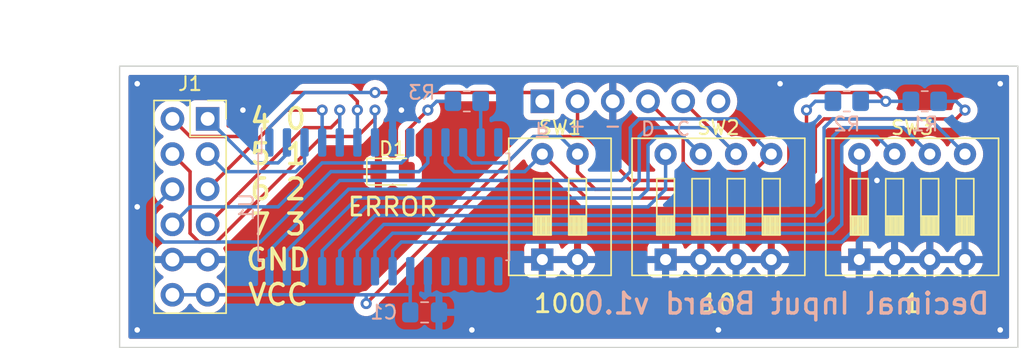
<source format=kicad_pcb>
(kicad_pcb (version 20211014) (generator pcbnew)
  (layers (0 "F.Cu" signal) (31 "B.Cu" signal) (34 "B.Paste" user) (35 "F.Paste" user) (36 "B.SilkS" user "B.Silkscreen") (37 "F.SilkS" user "F.Silkscreen") (38 "B.Mask" user) (39 "F.Mask" user) (44 "Edge.Cuts" user))
  (net 0 "")
  (net 1 "VCC")
  (net 2 "GND")
  (net 3 "Net-(D1-Pad2)")
  (net 4 "/out0")
  (net 5 "/out1")
  (net 6 "/out2")
  (net 7 "/out3")
  (net 8 "/out4")
  (net 9 "/out5")
  (net 10 "/out6")
  (net 11 "/out7")
  (net 12 "Net-(J2-Pad1)")
  (net 13 "/in10_3")
  (net 14 "/in10_2")
  (net 16 "/in100_0")
  (net 17 "/in100_1")
  (net 18 "Net-(R3-Pad1)")
  (net 19 "/in10_1")
  (net 20 "/in10_0")
  (net 21 "/in1_3")
  (net 22 "/in1_2")
  (net 23 "/in1_1")
  (net 24 "/in1_0")
  (footprint "Button_Switch_THT:SW_DIP_SPSTx04_Slide_9.78x12.34mm_W7.62mm_P2.54mm" (layer "F.Cu") (at 140.97 64.77 90)
    (fp_text reference "SW2" (at 9.525 3.81 180) (layer "F.SilkS"))
    (fp_text value "SW_DIP_x04")
    (fp_line (start 1.78 5.645) (end 3.133333 5.645) (layer "F.SilkS") (width 0.12))
    (fp_line (start 1.78 2.745) (end 3.133333 2.745) (layer "F.SilkS") (width 0.12))
    (fp_line (start 5.84 0.635) (end 5.84 -0.635) (layer "F.SilkS") (width 0.12))
    (fp_line (start 1.78 -0.515) (end 3.133333 -0.515) (layer "F.SilkS") (width 0.12))
    (fp_line (start 1.78 -0.395) (end 3.133333 -0.395) (layer "F.SilkS") (width 0.12))
    (fp_line (start 5.84 4.445) (end 1.78 4.445) (layer "F.SilkS") (width 0.12))
    (fp_line (start 8.76 -2.42) (end 8.76 10.04) (layer "F.SilkS") (width 0.12))
    (fp_line (start 1.78 -0.035) (end 3.133333 -0.035) (layer "F.SilkS") (width 0.12))
    (fp_line (start 1.78 8.065) (end 3.133333 8.065) (layer "F.SilkS") (width 0.12))
    (fp_line (start 1.78 2.265) (end 3.133333 2.265) (layer "F.SilkS") (width 0.12))
    (fp_line (start 5.84 1.905) (end 1.78 1.905) (layer "F.SilkS") (width 0.12))
    (fp_line (start 1.78 5.165) (end 3.133333 5.165) (layer "F.SilkS") (width 0.12))
    (fp_line (start 1.78 0.085) (end 3.133333 0.085) (layer "F.SilkS") (width 0.12))
    (fp_line (start 1.78 7.345) (end 3.133333 7.345) (layer "F.SilkS") (width 0.12))
    (fp_line (start 3.133333 4.445) (end 3.133333 5.715) (layer "F.SilkS") (width 0.12))
    (fp_line (start 1.78 7.585) (end 3.133333 7.585) (layer "F.SilkS") (width 0.12))
    (fp_line (start 5.84 6.985) (end 1.78 6.985) (layer "F.SilkS") (width 0.12))
    (fp_line (start 1.78 -0.275) (end 3.133333 -0.275) (layer "F.SilkS") (width 0.12))
    (fp_line (start 1.78 7.945) (end 3.133333 7.945) (layer "F.SilkS") (width 0.12))
    (fp_line (start 1.78 -0.155) (end 3.133333 -0.155) (layer "F.SilkS") (width 0.12))
    (fp_line (start 3.133333 -0.635) (end 3.133333 0.635) (layer "F.SilkS") (width 0.12))
    (fp_line (start -1.14 10.04) (end 8.76 10.04) (layer "F.SilkS") (width 0.12))
    (fp_line (start 1.78 0.635) (end 5.84 0.635) (layer "F.SilkS") (width 0.12))
    (fp_line (start 1.78 5.405) (end 3.133333 5.405) (layer "F.SilkS") (width 0.12))
    (fp_line (start 5.84 8.255) (end 5.84 6.985) (layer "F.SilkS") (width 0.12))
    (fp_line (start 1.78 2.385) (end 3.133333 2.385) (layer "F.SilkS") (width 0.12))
    (fp_line (start 1.78 2.145) (end 3.133333 2.145) (layer "F.SilkS") (width 0.12))
    (fp_line (start 1.78 7.465) (end 3.133333 7.465) (layer "F.SilkS") (width 0.12))
    (fp_line (start 1.78 4.445) (end 1.78 5.715) (layer "F.SilkS") (width 0.12))
    (fp_line (start 1.78 4.685) (end 3.133333 4.685) (layer "F.SilkS") (width 0.12))
    (fp_line (start 1.78 7.225) (end 3.133333 7.225) (layer "F.SilkS") (width 0.12))
    (fp_line (start 5.84 3.175) (end 5.84 1.905) (layer "F.SilkS") (width 0.12))
    (fp_line (start 1.78 4.805) (end 3.133333 4.805) (layer "F.SilkS") (width 0.12))
    (fp_line (start 3.133333 1.905) (end 3.133333 3.175) (layer "F.SilkS") (width 0.12))
    (fp_line (start 1.78 5.045) (end 3.133333 5.045) (layer "F.SilkS") (width 0.12))
    (fp_line (start 1.78 4.925) (end 3.133333 4.925) (layer "F.SilkS") (width 0.12))
    (fp_line (start 1.78 0.205) (end 3.133333 0.205) (layer "F.SilkS") (width 0.12))
    (fp_line (start 1.78 2.865) (end 3.133333 2.865) (layer "F.SilkS") (width 0.12))
    (fp_line (start 1.78 8.255) (end 5.84 8.255) (layer "F.SilkS") (width 0.12))
    (fp_line (start 1.78 0.565) (end 3.133333 0.565) (layer "F.SilkS") (width 0.12))
    (fp_line (start 1.78 4.565) (end 3.133333 4.565) (layer "F.SilkS") (width 0.12))
    (fp_line (start 5.84 -0.635) (end 1.78 -0.635) (layer "F.SilkS") (width 0.12))
    (fp_line (start 1.78 3.175) (end 5.84 3.175) (layer "F.SilkS") (width 0.12))
    (fp_line (start 5.84 5.715) (end 5.84 4.445) (layer "F.SilkS") (width 0.12))
    (fp_line (start 1.78 5.715) (end 5.84 5.715) (layer "F.SilkS") (width 0.12))
    (fp_line (start 1.78 2.505) (end 3.133333 2.505) (layer "F.SilkS") (width 0.12))
    (fp_line (start 1.78 7.105) (end 3.133333 7.105) (layer "F.SilkS") (width 0.12))
    (fp_line (start 1.78 5.285) (end 3.133333 5.285) (layer "F.SilkS") (width 0.12))
    (fp_line (start 1.78 2.985) (end 3.133333 2.985) (layer "F.SilkS") (width 0.12))
    (fp_line (start 1.78 0.325) (end 3.133333 0.325) (layer "F.SilkS") (width 0.12))
    (fp_line (start 3.133333 6.985) (end 3.133333 8.255) (layer "F.SilkS") (width 0.12))
    (fp_line (start 1.78 2.025) (end 3.133333 2.025) (layer "F.SilkS") (width 0.12))
    (fp_line (start 1.78 3.105) (end 3.133333 3.105) (layer "F.SilkS") (width 0.12))
    (fp_line (start 1.78 6.985) (end 1.78 8.255) (layer "F.SilkS") (width 0.12))
    (fp_line (start 1.78 5.525) (end 3.133333 5.525) (layer "F.SilkS") (width 0.12))
    (fp_line (start 1.78 1.905) (end 1.78 3.175) (layer "F.SilkS") (width 0.12))
    (fp_line (start 1.78 7.705) (end 3.133333 7.705) (layer "F.SilkS") (width 0.12))
    (fp_line (start -1.14 -2.42) (end 8.76 -2.42) (layer "F.SilkS") (width 0.12))
    (fp_line (start 1.78 7.825) (end 3.133333 7.825) (layer "F.SilkS") (width 0.12))
    (fp_line (start 1.78 -0.635) (end 1.78 0.635) (layer "F.SilkS") (width 0.12))
    (fp_line (start 1.78 8.185) (end 3.133333 8.185) (layer "F.SilkS") (width 0.12))
    (fp_line (start -1.14 -2.42) (end -1.14 10.04) (layer "F.SilkS") (width 0.12))
    (fp_line (start 1.78 2.625) (end 3.133333 2.625) (layer "F.SilkS") (width 0.12))
    (fp_line (start 1.78 0.445) (end 3.133333 0.445) (layer "F.SilkS") (width 0.12))
    (pad "1" thru_hole rect (at 0 0 90) (size 1.6 1.6) (drill 0.8) (layers *.Cu *.Mask) (net 2 "GND"))
    (pad "2" thru_hole oval (at 0 2.54 90) (size 1.6 1.6) (drill 0.8) (layers *.Cu *.Mask) (net 2 "GND"))
    (pad "3" thru_hole oval (at 0 5.08 90) (size 1.6 1.6) (drill 0.8) (layers *.Cu *.Mask) (net 2 "GND"))
    (pad "4" thru_hole oval (at 0 7.62 90) (size 1.6 1.6) (drill 0.8) (layers *.Cu *.Mask) (net 2 "GND"))
    (pad "5" thru_hole oval (at 7.62 7.62 90) (size 1.6 1.6) (drill 0.8) (layers *.Cu *.Mask) (net 13 "/in10_3"))
    (pad "6" thru_hole oval (at 7.62 5.08 90) (size 1.6 1.6) (drill 0.8) (layers *.Cu *.Mask) (net 14 "/in10_2"))
    (pad "7" thru_hole oval (at 7.62 2.54 90) (size 1.6 1.6) (drill 0.8) (layers *.Cu *.Mask) (net 19 "/in10_1"))
    (pad "8" thru_hole oval (at 7.62 0 90) (size 1.6 1.6) (drill 0.8) (layers *.Cu *.Mask) (net 20 "/in10_0"))
  )
  (footprint "Button_Switch_THT:SW_DIP_SPSTx02_Slide_9.78x7.26mm_W7.62mm_P2.54mm" (layer "F.Cu") (at 132.08 64.77 90)
    (fp_text reference "SW1" (at 9.525 1.27 180) (layer "F.SilkS"))
    (fp_text value "SW_DIP_x02")
    (fp_line (start 1.78 0.565) (end 3.133333 0.565) (layer "F.SilkS") (width 0.12))
    (fp_line (start 3.133333 -0.635) (end 3.133333 0.635) (layer "F.SilkS") (width 0.12))
    (fp_line (start 1.78 -0.515) (end 3.133333 -0.515) (layer "F.SilkS") (width 0.12))
    (fp_line (start 5.84 -0.635) (end 1.78 -0.635) (layer "F.SilkS") (width 0.12))
    (fp_line (start 1.78 2.265) (end 3.133333 2.265) (layer "F.SilkS") (width 0.12))
    (fp_line (start 1.78 3.175) (end 5.84 3.175) (layer "F.SilkS") (width 0.12))
    (fp_line (start 1.78 3.105) (end 3.133333 3.105) (layer "F.SilkS") (width 0.12))
    (fp_line (start 1.78 2.505) (end 3.133333 2.505) (layer "F.SilkS") (width 0.12))
    (fp_line (start 5.84 1.905) (end 1.78 1.905) (layer "F.SilkS") (width 0.12))
    (fp_line (start 5.84 0.635) (end 5.84 -0.635) (layer "F.SilkS") (width 0.12))
    (fp_line (start 1.78 -0.395) (end 3.133333 -0.395) (layer "F.SilkS") (width 0.12))
    (fp_line (start 8.76 -2.42) (end 8.76 4.96) (layer "F.SilkS") (width 0.12))
    (fp_line (start 1.78 2.985) (end 3.133333 2.985) (layer "F.SilkS") (width 0.12))
    (fp_line (start 1.78 -0.275) (end 3.133333 -0.275) (layer "F.SilkS") (width 0.12))
    (fp_line (start 1.78 1.905) (end 1.78 3.175) (layer "F.SilkS") (width 0.12))
    (fp_line (start 1.78 2.865) (end 3.133333 2.865) (layer "F.SilkS") (width 0.12))
    (fp_line (start 1.78 -0.155) (end 3.133333 -0.155) (layer "F.SilkS") (width 0.12))
    (fp_line (start -1.14 -2.42) (end 8.76 -2.42) (layer "F.SilkS") (width 0.12))
    (fp_line (start 1.78 2.745) (end 3.133333 2.745) (layer "F.SilkS") (width 0.12))
    (fp_line (start 1.78 -0.035) (end 3.133333 -0.035) (layer "F.SilkS") (width 0.12))
    (fp_line (start 1.78 0.635) (end 5.84 0.635) (layer "F.SilkS") (width 0.12))
    (fp_line (start 1.78 0.325) (end 3.133333 0.325) (layer "F.SilkS") (width 0.12))
    (fp_line (start -1.14 4.96) (end 8.76 4.96) (layer "F.SilkS") (width 0.12))
    (fp_line (start 1.78 0.085) (end 3.133333 0.085) (layer "F.SilkS") (width 0.12))
    (fp_line (start 1.78 2.385) (end 3.133333 2.385) (layer "F.SilkS") (width 0.12))
    (fp_line (start 1.78 2.025) (end 3.133333 2.025) (layer "F.SilkS") (width 0.12))
    (fp_line (start -1.14 -2.42) (end -1.14 4.96) (layer "F.SilkS") (width 0.12))
    (fp_line (start 1.78 -0.635) (end 1.78 0.635) (layer "F.SilkS") (width 0.12))
    (fp_line (start 1.78 0.205) (end 3.133333 0.205) (layer "F.SilkS") (width 0.12))
    (fp_line (start 3.133333 1.905) (end 3.133333 3.175) (layer "F.SilkS") (width 0.12))
    (fp_line (start 5.84 3.175) (end 5.84 1.905) (layer "F.SilkS") (width 0.12))
    (fp_line (start 1.78 2.625) (end 3.133333 2.625) (layer "F.SilkS") (width 0.12))
    (fp_line (start 1.78 2.145) (end 3.133333 2.145) (layer "F.SilkS") (width 0.12))
    (fp_line (start 1.78 0.445) (end 3.133333 0.445) (layer "F.SilkS") (width 0.12))
    (pad "1" thru_hole rect (at 0 0 90) (size 1.6 1.6) (drill 0.8) (layers *.Cu *.Mask) (net 2 "GND"))
    (pad "2" thru_hole oval (at 0 2.54 90) (size 1.6 1.6) (drill 0.8) (layers *.Cu *.Mask) (net 2 "GND"))
    (pad "3" thru_hole oval (at 7.62 2.54 90) (size 1.6 1.6) (drill 0.8) (layers *.Cu *.Mask) (net 17 "/in100_1"))
    (pad "4" thru_hole oval (at 7.62 0 90) (size 1.6 1.6) (drill 0.8) (layers *.Cu *.Mask) (net 16 "/in100_0"))
  )
  (footprint "LED_SMD:LED_0805_2012Metric_Pad1.15x1.40mm_HandSolder" (layer "F.Cu") (at 121.285 58.42)
    (fp_text reference "D1" (at 0 -1.65) (layer "F.SilkS"))
    (fp_text value "LED")
    (fp_line (start -1.86 0.96) (end 1 0.96) (layer "F.SilkS") (width 0.12))
    (fp_line (start -1.86 -0.96) (end -1.86 0.96) (layer "F.SilkS") (width 0.12))
    (fp_line (start 1 -0.96) (end -1.86 -0.96) (layer "F.SilkS") (width 0.12))
    (pad "1" smd roundrect (at -1.025 0) (size 1.15 1.4) (layers "F.Cu" "F.Paste" "F.Mask") (roundrect_rratio 0.2173913043) (net 2 "GND"))
    (pad "2" smd roundrect (at 1.025 0) (size 1.15 1.4) (layers "F.Cu" "F.Paste" "F.Mask") (roundrect_rratio 0.2173913043) (net 3 "Net-(D1-Pad2)"))
  )
  (footprint "Button_Switch_THT:SW_DIP_SPSTx04_Slide_9.78x12.34mm_W7.62mm_P2.54mm" (layer "F.Cu") (at 154.94 64.77 90)
    (fp_text reference "SW3" (at 9.525 3.81 180) (layer "F.SilkS"))
    (fp_text value "SW_DIP_x04")
    (fp_line (start 5.84 4.445) (end 1.78 4.445) (layer "F.SilkS") (width 0.12))
    (fp_line (start 1.78 3.105) (end 3.133333 3.105) (layer "F.SilkS") (width 0.12))
    (fp_line (start 3.133333 1.905) (end 3.133333 3.175) (layer "F.SilkS") (width 0.12))
    (fp_line (start 1.78 4.805) (end 3.133333 4.805) (layer "F.SilkS") (width 0.12))
    (fp_line (start 1.78 2.745) (end 3.133333 2.745) (layer "F.SilkS") (width 0.12))
    (fp_line (start 1.78 0.565) (end 3.133333 0.565) (layer "F.SilkS") (width 0.12))
    (fp_line (start 1.78 8.255) (end 5.84 8.255) (layer "F.SilkS") (width 0.12))
    (fp_line (start 1.78 7.225) (end 3.133333 7.225) (layer "F.SilkS") (width 0.12))
    (fp_line (start 1.78 -0.035) (end 3.133333 -0.035) (layer "F.SilkS") (width 0.12))
    (fp_line (start 1.78 7.705) (end 3.133333 7.705) (layer "F.SilkS") (width 0.12))
    (fp_line (start 5.84 5.715) (end 5.84 4.445) (layer "F.SilkS") (width 0.12))
    (fp_line (start 1.78 7.465) (end 3.133333 7.465) (layer "F.SilkS") (width 0.12))
    (fp_line (start 1.78 2.625) (end 3.133333 2.625) (layer "F.SilkS") (width 0.12))
    (fp_line (start 1.78 1.905) (end 1.78 3.175) (layer "F.SilkS") (width 0.12))
    (fp_line (start -1.14 -2.42) (end 8.76 -2.42) (layer "F.SilkS") (width 0.12))
    (fp_line (start 1.78 0.445) (end 3.133333 0.445) (layer "F.SilkS") (width 0.12))
    (fp_line (start 1.78 5.405) (end 3.133333 5.405) (layer "F.SilkS") (width 0.12))
    (fp_line (start 3.133333 6.985) (end 3.133333 8.255) (layer "F.SilkS") (width 0.12))
    (fp_line (start 5.84 8.255) (end 5.84 6.985) (layer "F.SilkS") (width 0.12))
    (fp_line (start 1.78 -0.515) (end 3.133333 -0.515) (layer "F.SilkS") (width 0.12))
    (fp_line (start 1.78 5.645) (end 3.133333 5.645) (layer "F.SilkS") (width 0.12))
    (fp_line (start 1.78 -0.395) (end 3.133333 -0.395) (layer "F.SilkS") (width 0.12))
    (fp_line (start 1.78 5.525) (end 3.133333 5.525) (layer "F.SilkS") (width 0.12))
    (fp_line (start 1.78 0.325) (end 3.133333 0.325) (layer "F.SilkS") (width 0.12))
    (fp_line (start 1.78 2.025) (end 3.133333 2.025) (layer "F.SilkS") (width 0.12))
    (fp_line (start 3.133333 -0.635) (end 3.133333 0.635) (layer "F.SilkS") (width 0.12))
    (fp_line (start 1.78 4.445) (end 1.78 5.715) (layer "F.SilkS") (width 0.12))
    (fp_line (start 1.78 5.285) (end 3.133333 5.285) (layer "F.SilkS") (width 0.12))
    (fp_line (start 1.78 4.565) (end 3.133333 4.565) (layer "F.SilkS") (width 0.12))
    (fp_line (start 5.84 6.985) (end 1.78 6.985) (layer "F.SilkS") (width 0.12))
    (fp_line (start 1.78 7.345) (end 3.133333 7.345) (layer "F.SilkS") (width 0.12))
    (fp_line (start 1.78 7.105) (end 3.133333 7.105) (layer "F.SilkS") (width 0.12))
    (fp_line (start 1.78 8.065) (end 3.133333 8.065) (layer "F.SilkS") (width 0.12))
    (fp_line (start 1.78 4.925) (end 3.133333 4.925) (layer "F.SilkS") (width 0.12))
    (fp_line (start 5.84 0.635) (end 5.84 -0.635) (layer "F.SilkS") (width 0.12))
    (fp_line (start 5.84 1.905) (end 1.78 1.905) (layer "F.SilkS") (width 0.12))
    (fp_line (start 1.78 0.205) (end 3.133333 0.205) (layer "F.SilkS") (width 0.12))
    (fp_line (start 1.78 4.685) (end 3.133333 4.685) (layer "F.SilkS") (width 0.12))
    (fp_line (start 1.78 3.175) (end 5.84 3.175) (layer "F.SilkS") (width 0.12))
    (fp_line (start 5.84 -0.635) (end 1.78 -0.635) (layer "F.SilkS") (width 0.12))
    (fp_line (start 1.78 8.185) (end 3.133333 8.185) (layer "F.SilkS") (width 0.12))
    (fp_line (start 1.78 7.945) (end 3.133333 7.945) (layer "F.SilkS") (width 0.12))
    (fp_line (start 1.78 6.985) (end 1.78 8.255) (layer "F.SilkS") (width 0.12))
    (fp_line (start 1.78 -0.635) (end 1.78 0.635) (layer "F.SilkS") (width 0.12))
    (fp_line (start 1.78 -0.275) (end 3.133333 -0.275) (layer "F.SilkS") (width 0.12))
    (fp_line (start 3.133333 4.445) (end 3.133333 5.715) (layer "F.SilkS") (width 0.12))
    (fp_line (start 1.78 2.505) (end 3.133333 2.505) (layer "F.SilkS") (width 0.12))
    (fp_line (start 1.78 2.145) (end 3.133333 2.145) (layer "F.SilkS") (width 0.12))
    (fp_line (start 5.84 3.175) (end 5.84 1.905) (layer "F.SilkS") (width 0.12))
    (fp_line (start 1.78 5.045) (end 3.133333 5.045) (layer "F.SilkS") (width 0.12))
    (fp_line (start 1.78 2.265) (end 3.133333 2.265) (layer "F.SilkS") (width 0.12))
    (fp_line (start 1.78 2.865) (end 3.133333 2.865) (layer "F.SilkS") (width 0.12))
    (fp_line (start 1.78 5.715) (end 5.84 5.715) (layer "F.SilkS") (width 0.12))
    (fp_line (start 1.78 -0.155) (end 3.133333 -0.155) (layer "F.SilkS") (width 0.12))
    (fp_line (start 1.78 0.635) (end 5.84 0.635) (layer "F.SilkS") (width 0.12))
    (fp_line (start 1.78 2.385) (end 3.133333 2.385) (layer "F.SilkS") (width 0.12))
    (fp_line (start 1.78 7.825) (end 3.133333 7.825) (layer "F.SilkS") (width 0.12))
    (fp_line (start -1.14 10.04) (end 8.76 10.04) (layer "F.SilkS") (width 0.12))
    (fp_line (start 8.76 -2.42) (end 8.76 10.04) (layer "F.SilkS") (width 0.12))
    (fp_line (start 1.78 5.165) (end 3.133333 5.165) (layer "F.SilkS") (width 0.12))
    (fp_line (start -1.14 -2.42) (end -1.14 10.04) (layer "F.SilkS") (width 0.12))
    (fp_line (start 1.78 0.085) (end 3.133333 0.085) (layer "F.SilkS") (width 0.12))
    (fp_line (start 1.78 7.585) (end 3.133333 7.585) (layer "F.SilkS") (width 0.12))
    (fp_line (start 1.78 2.985) (end 3.133333 2.985) (layer "F.SilkS") (width 0.12))
    (pad "1" thru_hole rect (at 0 0 90) (size 1.6 1.6) (drill 0.8) (layers *.Cu *.Mask) (net 2 "GND"))
    (pad "2" thru_hole oval (at 0 2.54 90) (size 1.6 1.6) (drill 0.8) (layers *.Cu *.Mask) (net 2 "GND"))
    (pad "3" thru_hole oval (at 0 5.08 90) (size 1.6 1.6) (drill 0.8) (layers *.Cu *.Mask) (net 2 "GND"))
    (pad "4" thru_hole oval (at 0 7.62 90) (size 1.6 1.6) (drill 0.8) (layers *.Cu *.Mask) (net 2 "GND"))
    (pad "5" thru_hole oval (at 7.62 7.62 90) (size 1.6 1.6) (drill 0.8) (layers *.Cu *.Mask) (net 21 "/in1_3"))
    (pad "6" thru_hole oval (at 7.62 5.08 90) (size 1.6 1.6) (drill 0.8) (layers *.Cu *.Mask) (net 22 "/in1_2"))
    (pad "7" thru_hole oval (at 7.62 2.54 90) (size 1.6 1.6) (drill 0.8) (layers *.Cu *.Mask) (net 23 "/in1_1"))
    (pad "8" thru_hole oval (at 7.62 0 90) (size 1.6 1.6) (drill 0.8) (layers *.Cu *.Mask) (net 24 "/in1_0"))
  )
  (footprint "ModifiedKiCadLibrary:PinSocket_2x06_P2.54mm_Vertical_Top_Bottom" (layer "F.Cu") (at 107.95 54.61)
    (fp_text reference "J1" (at -1.27 -2.54) (layer "F.SilkS"))
    (fp_text value "Conn_02x06_Top_Bottom")
    (fp_line (start 1.33 -1.33) (end 1.33 0) (layer "F.SilkS") (width 0.12))
    (fp_line (start -3.87 -1.33) (end -3.87 14.03) (layer "F.SilkS") (width 0.12))
    (fp_line (start 0 -1.33) (end 1.33 -1.33) (layer "F.SilkS") (width 0.12))
    (fp_line (start -3.87 -1.33) (end -1.27 -1.33) (layer "F.SilkS") (width 0.12))
    (fp_line (start 1.33 1.27) (end 1.33 14.03) (layer "F.SilkS") (width 0.12))
    (fp_line (start -1.27 1.27) (end 1.33 1.27) (layer "F.SilkS") (width 0.12))
    (fp_line (start -1.27 -1.33) (end -1.27 1.27) (layer "F.SilkS") (width 0.12))
    (fp_line (start -3.87 14.03) (end 1.33 14.03) (layer "F.SilkS") (width 0.12))
    (pad "1" thru_hole rect (at 0 0) (size 1.7 1.7) (drill 1) (layers *.Cu *.Mask) (net 4 "/out0"))
    (pad "2" thru_hole oval (at 0 2.54) (size 1.7 1.7) (drill 1) (layers *.Cu *.Mask) (net 5 "/out1"))
    (pad "3" thru_hole oval (at 0 5.08) (size 1.7 1.7) (drill 1) (layers *.Cu *.Mask) (net 6 "/out2"))
    (pad "4" thru_hole oval (at 0 7.62) (size 1.7 1.7) (drill 1) (layers *.Cu *.Mask) (net 7 "/out3"))
    (pad "5" thru_hole oval (at 0 10.16) (size 1.7 1.7) (drill 1) (layers *.Cu *.Mask) (net 2 "GND"))
    (pad "6" thru_hole oval (at 0 12.7) (size 1.7 1.7) (drill 1) (layers *.Cu *.Mask) (net 1 "VCC"))
    (pad "7" thru_hole oval (at -2.54 0) (size 1.7 1.7) (drill 1) (layers *.Cu *.Mask) (net 8 "/out4"))
    (pad "8" thru_hole oval (at -2.54 2.54) (size 1.7 1.7) (drill 1) (layers *.Cu *.Mask) (net 9 "/out5"))
    (pad "9" thru_hole oval (at -2.54 5.08) (size 1.7 1.7) (drill 1) (layers *.Cu *.Mask) (net 10 "/out6"))
    (pad "10" thru_hole oval (at -2.54 7.62) (size 1.7 1.7) (drill 1) (layers *.Cu *.Mask) (net 11 "/out7"))
    (pad "11" thru_hole oval (at -2.54 10.16) (size 1.7 1.7) (drill 1) (layers *.Cu *.Mask) (net 2 "GND"))
    (pad "12" thru_hole oval (at -2.54 12.7) (size 1.7 1.7) (drill 1) (layers *.Cu *.Mask) (net 1 "VCC"))
  )
  (footprint "Connector_PinHeader_2.54mm:PinHeader_1x06_P2.54mm_Vertical" (layer "F.Cu") (at 132.08 53.34 90)
    (fp_text reference "J2" hide)
    (fp_text value "Conn_PIC_ICSP_ICD")
    (pad "1" thru_hole rect (at 0 0 90) (size 1.7 1.7) (drill 1) (layers *.Cu *.Mask) (net 12 "Net-(J2-Pad1)"))
    (pad "2" thru_hole oval (at 0 2.54 90) (size 1.7 1.7) (drill 1) (layers *.Cu *.Mask) (net 1 "VCC"))
    (pad "3" thru_hole oval (at 0 5.08 90) (size 1.7 1.7) (drill 1) (layers *.Cu *.Mask) (net 2 "GND"))
    (pad "4" thru_hole oval (at 0 7.62 90) (size 1.7 1.7) (drill 1) (layers *.Cu *.Mask) (net 13 "/in10_3"))
    (pad "5" thru_hole oval (at 0 10.16 90) (size 1.7 1.7) (drill 1) (layers *.Cu *.Mask) (net 14 "/in10_2"))
    (pad "6" thru_hole oval (at 0 12.7 90) (size 1.7 1.7) (drill 1) (layers *.Cu *.Mask))
  )
  (footprint "Resistor_SMD:R_0805_2012Metric_Pad1.20x1.40mm_HandSolder" (layer "B.Cu") (at 159.655 53.34)
    (fp_text reference "R1" (at 0 1.65) (layer "B.SilkS") (effects (justify mirror)))
    (fp_text value "10k")
    (fp_line (start -0.227064 0.735) (end 0.227064 0.735) (layer "B.SilkS") (width 0.12))
    (fp_line (start -0.227064 -0.735) (end 0.227064 -0.735) (layer "B.SilkS") (width 0.12))
    (pad "1" smd roundrect (at -1 0) (size 1.2 1.4) (layers "B.Cu" "B.Paste" "B.Mask") (roundrect_rratio 0.2083333333) (net 1 "VCC"))
    (pad "2" smd roundrect (at 1 0) (size 1.2 1.4) (layers "B.Cu" "B.Paste" "B.Mask") (roundrect_rratio 0.2083333333) (net 16 "/in100_0"))
  )
  (footprint "Capacitor_SMD:C_0805_2012Metric_Pad1.18x1.45mm_HandSolder" (layer "B.Cu") (at 123.5925 68.58)
    (fp_text reference "C1" (at -2.9425 0) (layer "B.SilkS") (effects (justify mirror)))
    (fp_text value "0.1u")
    (fp_line (start -0.261252 -0.735) (end 0.261252 -0.735) (layer "B.SilkS") (width 0.12))
    (fp_line (start -0.261252 0.735) (end 0.261252 0.735) (layer "B.SilkS") (width 0.12))
    (pad "1" smd roundrect (at -1.0375 0) (size 1.175 1.45) (layers "B.Cu" "B.Paste" "B.Mask") (roundrect_rratio 0.2127659574) (net 1 "VCC"))
    (pad "2" smd roundrect (at 1.0375 0) (size 1.175 1.45) (layers "B.Cu" "B.Paste" "B.Mask") (roundrect_rratio 0.2127659574) (net 2 "GND"))
  )
  (footprint "Package_SO:SOIC-28W_7.5x17.9mm_P1.27mm" (layer "B.Cu") (at 120.65 60.96 -90)
    (fp_text reference "U1" (at 0 9.9 90) (layer "B.SilkS") (effects (justify mirror)))
    (fp_text value "PIC16F1933T-I/SO")
    (fp_line (start -3.86 -9.06) (end -3.86 -8.815) (layer "B.SilkS") (width 0.12))
    (fp_line (start 0 -9.06) (end 3.86 -9.06) (layer "B.SilkS") (width 0.12))
    (fp_line (start 3.86 9.06) (end 3.86 8.815) (layer "B.SilkS") (width 0.12))
    (fp_line (start 0 9.06) (end 3.86 9.06) (layer "B.SilkS") (width 0.12))
    (fp_line (start 0 9.06) (end -3.86 9.06) (layer "B.SilkS") (width 0.12))
    (fp_line (start 3.86 -9.06) (end 3.86 -8.815) (layer "B.SilkS") (width 0.12))
    (fp_line (start -3.86 9.06) (end -3.86 8.815) (layer "B.SilkS") (width 0.12))
    (fp_line (start -3.86 8.815) (end -5.675 8.815) (layer "B.SilkS") (width 0.12))
    (fp_line (start 0 -9.06) (end -3.86 -9.06) (layer "B.SilkS") (width 0.12))
    (pad "1" smd roundrect (at -4.65 8.255 270) (size 2.05 0.6) (layers "B.Cu" "B.Paste" "B.Mask") (net 12 "Net-(J2-Pad1)"))
    (pad "2" smd roundrect (at -4.65 6.985 270) (size 2.05 0.6) (layers "B.Cu" "B.Paste" "B.Mask") (net 4 "/out0"))
    (pad "3" smd roundrect (at -4.65 5.715 270) (size 2.05 0.6) (layers "B.Cu" "B.Paste" "B.Mask") (net 5 "/out1"))
    (pad "4" smd roundrect (at -4.65 4.445 270) (size 2.05 0.6) (layers "B.Cu" "B.Paste" "B.Mask") (net 6 "/out2"))
    (pad "5" smd roundrect (at -4.65 3.175 270) (size 2.05 0.6) (layers "B.Cu" "B.Paste" "B.Mask") (net 7 "/out3"))
    (pad "6" smd roundrect (at -4.65 1.905 270) (size 2.05 0.6) (layers "B.Cu" "B.Paste" "B.Mask") (net 8 "/out4"))
    (pad "7" smd roundrect (at -4.65 0.635 270) (size 2.05 0.6) (layers "B.Cu" "B.Paste" "B.Mask") (net 9 "/out5"))
    (pad "8" smd roundrect (at -4.65 -0.635 270) (size 2.05 0.6) (layers "B.Cu" "B.Paste" "B.Mask") (net 2 "GND"))
    (pad "9" smd roundrect (at -4.65 -1.905 270) (size 2.05 0.6) (layers "B.Cu" "B.Paste" "B.Mask") (net 11 "/out7"))
    (pad "10" smd roundrect (at -4.65 -3.175 270) (size 2.05 0.6) (layers "B.Cu" "B.Paste" "B.Mask") (net 10 "/out6"))
    (pad "11" smd roundrect (at -4.65 -4.445 270) (size 2.05 0.6) (layers "B.Cu" "B.Paste" "B.Mask") (net 16 "/in100_0"))
    (pad "12" smd roundrect (at -4.65 -5.715 270) (size 2.05 0.6) (layers "B.Cu" "B.Paste" "B.Mask") (net 17 "/in100_1"))
    (pad "13" smd roundrect (at -4.65 -6.985 270) (size 2.05 0.6) (layers "B.Cu" "B.Paste" "B.Mask") (net 18 "Net-(R3-Pad1)"))
    (pad "14" smd roundrect (at -4.65 -8.255 270) (size 2.05 0.6) (layers "B.Cu" "B.Paste" "B.Mask"))
    (pad "15" smd roundrect (at 4.65 -8.255 270) (size 2.05 0.6) (layers "B.Cu" "B.Paste" "B.Mask"))
    (pad "16" smd roundrect (at 4.65 -6.985 270) (size 2.05 0.6) (layers "B.Cu" "B.Paste" "B.Mask"))
    (pad "17" smd roundrect (at 4.65 -5.715 270) (size 2.05 0.6) (layers "B.Cu" "B.Paste" "B.Mask"))
    (pad "18" smd roundrect (at 4.65 -4.445 270) (size 2.05 0.6) (layers "B.Cu" "B.Paste" "B.Mask"))
    (pad "19" smd roundrect (at 4.65 -3.175 270) (size 2.05 0.6) (layers "B.Cu" "B.Paste" "B.Mask") (net 2 "GND"))
    (pad "20" smd roundrect (at 4.65 -1.905 270) (size 2.05 0.6) (layers "B.Cu" "B.Paste" "B.Mask") (net 1 "VCC"))
    (pad "21" smd roundrect (at 4.65 -0.635 270) (size 2.05 0.6) (layers "B.Cu" "B.Paste" "B.Mask") (net 24 "/in1_0"))
    (pad "22" smd roundrect (at 4.65 0.635 270) (size 2.05 0.6) (layers "B.Cu" "B.Paste" "B.Mask") (net 23 "/in1_1"))
    (pad "23" smd roundrect (at 4.65 1.905 270) (size 2.05 0.6) (layers "B.Cu" "B.Paste" "B.Mask") (net 22 "/in1_2"))
    (pad "24" smd roundrect (at 4.65 3.175 270) (size 2.05 0.6) (layers "B.Cu" "B.Paste" "B.Mask") (net 21 "/in1_3"))
    (pad "25" smd roundrect (at 4.65 4.445 270) (size 2.05 0.6) (layers "B.Cu" "B.Paste" "B.Mask") (net 20 "/in10_0"))
    (pad "26" smd roundrect (at 4.65 5.715 270) (size 2.05 0.6) (layers "B.Cu" "B.Paste" "B.Mask") (net 19 "/in10_1"))
    (pad "27" smd roundrect (at 4.65 6.985 270) (size 2.05 0.6) (layers "B.Cu" "B.Paste" "B.Mask") (net 14 "/in10_2"))
    (pad "28" smd roundrect (at 4.65 8.255 270) (size 2.05 0.6) (layers "B.Cu" "B.Paste" "B.Mask") (net 13 "/in10_3"))
  )
  (footprint "Resistor_SMD:R_0805_2012Metric_Pad1.20x1.40mm_HandSolder" (layer "B.Cu") (at 154.035 53.34 180)
    (fp_text reference "R2" (at 0 -1.65) (layer "B.SilkS") (effects (justify mirror)))
    (fp_text value "10k")
    (fp_line (start -0.227064 0.735) (end 0.227064 0.735) (layer "B.SilkS") (width 0.12))
    (fp_line (start -0.227064 -0.735) (end 0.227064 -0.735) (layer "B.SilkS") (width 0.12))
    (pad "1" smd roundrect (at -1 0 180) (size 1.2 1.4) (layers "B.Cu" "B.Paste" "B.Mask") (roundrect_rratio 0.2083333333) (net 1 "VCC"))
    (pad "2" smd roundrect (at 1 0 180) (size 1.2 1.4) (layers "B.Cu" "B.Paste" "B.Mask") (roundrect_rratio 0.2083333333) (net 17 "/in100_1"))
  )
  (footprint "Resistor_SMD:R_0805_2012Metric_Pad1.20x1.40mm_HandSolder" (layer "B.Cu") (at 126.635 53.34 180)
    (fp_text reference "R3" (at 2.175 0.635) (layer "B.SilkS") (effects (justify left mirror)))
    (fp_text value "R")
    (fp_line (start -0.227064 0.735) (end 0.227064 0.735) (layer "B.SilkS") (width 0.12))
    (fp_line (start -0.227064 -0.735) (end 0.227064 -0.735) (layer "B.SilkS") (width 0.12))
    (pad "1" smd roundrect (at -1 0 180) (size 1.2 1.4) (layers "B.Cu" "B.Paste" "B.Mask") (roundrect_rratio 0.2083333333) (net 18 "Net-(R3-Pad1)"))
    (pad "2" smd roundrect (at 1 0 180) (size 1.2 1.4) (layers "B.Cu" "B.Paste" "B.Mask") (roundrect_rratio 0.2083333333) (net 3 "Net-(D1-Pad2)"))
  )
  (gr_rect (start 101.6 50.8) (end 166.37 71.12) (layer "Edge.Cuts") (width 0.1) (fill none))
  (gr_text "D" (at 139.7 55.245 180) (layer "B.SilkS") (effects (font (size 1 1)) (justify mirror)))
  (gr_text "C" (at 142.24 55.245 180) (layer "B.SilkS") (effects (font (size 1 1)) (justify mirror)))
  (gr_text "+" (at 134.62 55.245 180) (layer "B.SilkS") (effects (font (size 1 1)) (justify mirror)))
  (gr_text "Decimal Input Board v1.0" (at 164.465 67.945) (layer "B.SilkS") (effects (font (size 1.5 1.5) (thickness 0.25)) (justify left mirror)))
  (gr_text "-" (at 137.16 55.245 180) (layer "B.SilkS") (effects (font (size 1 1)) (justify mirror)))
  (gr_text "~{R}" (at 132.08 55.245 180) (layer "B.SilkS") (effects (font (size 0.8 1)) (justify mirror)))
  (gr_text "7" (at 111.76 62.23) (layer "F.SilkS") (effects (font (size 1.5 1.5) (thickness 0.25))))
  (gr_text "VCC" (at 113.03 67.31) (layer "F.SilkS") (effects (font (size 1.5 1.5) (thickness 0.25))))
  (gr_text "6" (at 111.76 59.69) (layer "F.SilkS") (effects (font (size 1.5 1.5) (thickness 0.25))))
  (gr_text "ERROR" (at 121.285 60.96) (layer "F.SilkS") (effects (font (size 1.3 1.3) (thickness 0.2))))
  (gr_text "10" (at 144.78 67.945) (layer "F.SilkS") (effects (font (size 1.3 1.3) (thickness 0.2))))
  (gr_text "GND" (at 113.03 64.77) (layer "F.SilkS") (effects (font (size 1.5 1.5) (thickness 0.25))))
  (gr_text "3" (at 114.3 62.23) (layer "F.SilkS") (effects (font (size 1.5 1.5) (thickness 0.25))))
  (gr_text "0" (at 114.3 54.61) (layer "F.SilkS") (effects (font (size 1.5 1.5) (thickness 0.25))))
  (gr_text "2" (at 114.3 59.69) (layer "F.SilkS") (effects (font (size 1.5 1.5) (thickness 0.25))))
  (gr_text "4" (at 111.76 54.61) (layer "F.SilkS") (effects (font (size 1.5 1.5) (thickness 0.25))))
  (gr_text "100" (at 133.35 67.945) (layer "F.SilkS") (effects (font (size 1.3 1.3) (thickness 0.2))))
  (gr_text "1" (at 114.3 57.15) (layer "F.SilkS") (effects (font (size 1.5 1.5) (thickness 0.25))))
  (gr_text "5" (at 111.76 57.15) (layer "F.SilkS") (effects (font (size 1.5 1.5) (thickness 0.25))))
  (gr_text "1" (at 158.75 67.945) (layer "F.SilkS") (effects (font (size 1.3 1.3) (thickness 0.2))))
  (segment (start 131.445 55.88) (end 119.38 67.945) (width 0.25) (layer "F.Cu") (net 1))
  (segment (start 149.86 53.34) (end 150.495 52.705) (width 0.25) (layer "F.Cu") (net 1))
  (segment (start 134.62 55.88) (end 135.255 55.88) (width 0.25) (layer "F.Cu") (net 1))
  (segment (start 138.43 59.055) (end 148.59 59.055) (width 0.25) (layer "F.Cu") (net 1))
  (segment (start 148.59 59.055) (end 149.86 57.785) (width 0.25) (layer "F.Cu") (net 1))
  (segment (start 134.62 53.34) (end 134.62 55.88) (width 0.25) (layer "F.Cu") (net 1))
  (segment (start 149.86 57.785) (end 149.86 53.34) (width 0.25) (layer "F.Cu") (net 1))
  (segment (start 135.255 55.88) (end 138.43 59.055) (width 0.25) (layer "F.Cu") (net 1))
  (segment (start 156.21 52.705) (end 156.845 53.34) (width 0.25) (layer "F.Cu") (net 1))
  (segment (start 150.495 52.705) (end 156.21 52.705) (width 0.25) (layer "F.Cu") (net 1))
  (segment (start 134.62 55.88) (end 131.445 55.88) (width 0.25) (layer "F.Cu") (net 1))
  (via (at 119.38 67.945) (size 0.8) (drill 0.4) (layers "F.Cu" "B.Cu") (net 1))
  (via (at 156.845 53.34) (size 0.8) (drill 0.4) (layers "F.Cu" "B.Cu") (net 1))
  (segment (start 122.555 65.61) (end 122.555 67.31) (width 0.25) (layer "B.Cu") (net 1))
  (segment (start 119.38 67.945) (end 119.38 67.31) (width 0.25) (layer "B.Cu") (net 1))
  (segment (start 155.035 53.34) (end 158.655 53.34) (width 0.25) (layer "B.Cu") (net 1))
  (segment (start 105.41 67.31) (end 107.95 67.31) (width 0.25) (layer "B.Cu") (net 1))
  (segment (start 107.95 67.31) (end 122.555 67.31) (width 0.25) (layer "B.Cu") (net 1))
  (segment (start 122.555 67.31) (end 122.555 68.58) (width 0.25) (layer "B.Cu") (net 1))
  (via (at 110.49 53.975) (size 0.8) (drill 0.4) (layers "F.Cu" "B.Cu") (net 2))
  (via (at 102.87 52.07) (size 0.8) (drill 0.4) (layers "F.Cu" "B.Cu") (net 2))
  (via (at 149.225 52.07) (size 0.8) (drill 0.4) (layers "F.Cu" "B.Cu") (net 2))
  (via (at 165.1 52.07) (size 0.8) (drill 0.4) (layers "F.Cu" "B.Cu") (net 2))
  (via (at 165.1 69.85) (size 0.8) (drill 0.4) (layers "F.Cu" "B.Cu") (net 2))
  (via (at 144.78 69.85) (size 0.8) (drill 0.4) (layers "F.Cu" "B.Cu") (net 2))
  (via (at 127 69.85) (size 0.8) (drill 0.4) (layers "F.Cu" "B.Cu") (net 2))
  (via (at 102.87 60.96) (size 0.8) (drill 0.4) (layers "F.Cu" "B.Cu") (net 2))
  (via (at 102.87 69.85) (size 0.8) (drill 0.4) (layers "F.Cu" "B.Cu") (net 2))
  (via (at 156.21 59.055) (size 0.8) (drill 0.4) (layers "F.Cu" "B.Cu") (net 2))
  (via (at 121.92 53.975) (size 0.8) (drill 0.4) (layers "F.Cu" "B.Cu") (net 2))
  (segment (start 123.825 65.61) (end 123.825 67.31) (width 0.25) (layer "B.Cu") (net 2))
  (segment (start 123.825 67.31) (end 124.46 67.31) (width 0.25) (layer "B.Cu") (net 2))
  (segment (start 124.46 67.31) (end 125.73 67.31) (width 0.25) (layer "B.Cu") (net 2))
  (segment (start 124.63 67.48) (end 124.63 68.58) (width 0.25) (layer "B.Cu") (net 2))
  (segment (start 124.46 67.31) (end 124.63 67.48) (width 0.25) (layer "B.Cu") (net 2))
  (segment (start 122.31 55.49) (end 123.825 53.975) (width 0.25) (layer "F.Cu") (net 3))
  (segment (start 122.31 58.42) (end 122.31 55.49) (width 0.25) (layer "F.Cu") (net 3))
  (via (at 123.825 53.975) (size 0.8) (drill 0.4) (layers "F.Cu" "B.Cu") (net 3))
  (segment (start 124.46 53.34) (end 123.825 53.975) (width 0.25) (layer "B.Cu") (net 3))
  (segment (start 125.635 53.34) (end 124.46 53.34) (width 0.25) (layer "B.Cu") (net 3))
  (segment (start 113.03 57.785) (end 111.125 57.785) (width 0.25) (layer "B.Cu") (net 4))
  (segment (start 113.665 57.15) (end 113.03 57.785) (width 0.25) (layer "B.Cu") (net 4))
  (segment (start 111.125 57.785) (end 107.95 54.61) (width 0.25) (layer "B.Cu") (net 4))
  (segment (start 113.665 56.31) (end 113.665 57.15) (width 0.25) (layer "B.Cu") (net 4))
  (segment (start 109.22 58.42) (end 107.95 57.15) (width 0.25) (layer "B.Cu") (net 5))
  (segment (start 114.935 56.31) (end 114.935 57.785) (width 0.25) (layer "B.Cu") (net 5))
  (segment (start 114.3 58.42) (end 109.22 58.42) (width 0.25) (layer "B.Cu") (net 5))
  (segment (start 114.935 57.785) (end 114.3 58.42) (width 0.25) (layer "B.Cu") (net 5))
  (segment (start 116.205 53.975) (end 113.665 53.975) (width 0.25) (layer "F.Cu") (net 6))
  (segment (start 113.665 53.975) (end 107.95 59.69) (width 0.25) (layer "F.Cu") (net 6))
  (via (at 116.205 53.975) (size 0.8) (drill 0.4) (layers "F.Cu" "B.Cu") (net 6))
  (segment (start 116.205 56.31) (end 116.205 53.975) (width 0.25) (layer "B.Cu") (net 6))
  (segment (start 117.475 53.975) (end 117.475 54.61) (width 0.25) (layer "F.Cu") (net 7))
  (segment (start 117.475 54.61) (end 116.84 55.245) (width 0.25) (layer "F.Cu") (net 7))
  (segment (start 114.935 55.245) (end 116.84 55.245) (width 0.25) (layer "F.Cu") (net 7))
  (segment (start 107.95 62.23) (end 114.935 55.245) (width 0.25) (layer "F.Cu") (net 7))
  (via (at 117.475 53.975) (size 0.8) (drill 0.4) (layers "F.Cu" "B.Cu") (net 7))
  (segment (start 117.475 56.31) (end 117.475 53.975) (width 0.25) (layer "B.Cu") (net 7))
  (segment (start 118.11 52.705) (end 113.665 52.705) (width 0.25) (layer "F.Cu") (net 8))
  (segment (start 110.49 55.88) (end 106.68 55.88) (width 0.25) (layer "F.Cu") (net 8))
  (segment (start 113.665 52.705) (end 110.49 55.88) (width 0.25) (layer "F.Cu") (net 8))
  (segment (start 106.68 55.88) (end 105.41 54.61) (width 0.25) (layer "F.Cu") (net 8))
  (segment (start 118.745 53.34) (end 118.11 52.705) (width 0.25) (layer "F.Cu") (net 8))
  (segment (start 118.745 53.975) (end 118.745 53.34) (width 0.25) (layer "F.Cu") (net 8))
  (via (at 118.745 53.975) (size 0.8) (drill 0.4) (layers "F.Cu" "B.Cu") (net 8))
  (segment (start 118.745 56.31) (end 118.745 53.975) (width 0.25) (layer "B.Cu") (net 8))
  (segment (start 107.315 63.5) (end 106.68 62.865) (width 0.25) (layer "F.Cu") (net 9))
  (segment (start 116.205 55.88) (end 108.585 63.5) (width 0.25) (layer "F.Cu") (net 9))
  (segment (start 106.68 58.42) (end 105.41 57.15) (width 0.25) (layer "F.Cu") (net 9))
  (segment (start 118.745 55.88) (end 116.205 55.88) (width 0.25) (layer "F.Cu") (net 9))
  (segment (start 106.68 62.865) (end 106.68 58.42) (width 0.25) (layer "F.Cu") (net 9))
  (segment (start 120.015 54.61) (end 118.745 55.88) (width 0.25) (layer "F.Cu") (net 9))
  (segment (start 120.015 53.975) (end 120.015 54.61) (width 0.25) (layer "F.Cu") (net 9))
  (segment (start 108.585 63.5) (end 107.315 63.5) (width 0.25) (layer "F.Cu") (net 9))
  (via (at 120.015 53.975) (size 0.8) (drill 0.4) (layers "F.Cu" "B.Cu") (net 9))
  (segment (start 120.015 56.31) (end 120.015 53.975) (width 0.25) (layer "B.Cu") (net 9))
  (segment (start 123.825 57.785) (end 123.19 58.42) (width 0.25) (layer "B.Cu") (net 10))
  (segment (start 104.14 62.865) (end 104.14 60.96) (width 0.25) (layer "B.Cu") (net 10))
  (segment (start 104.775 63.5) (end 104.14 62.865) (width 0.25) (layer "B.Cu") (net 10))
  (segment (start 111.76 63.5) (end 104.775 63.5) (width 0.25) (layer "B.Cu") (net 10))
  (segment (start 104.14 60.96) (end 105.41 59.69) (width 0.25) (layer "B.Cu") (net 10))
  (segment (start 123.19 58.42) (end 116.84 58.42) (width 0.25) (layer "B.Cu") (net 10))
  (segment (start 116.84 58.42) (end 111.76 63.5) (width 0.25) (layer "B.Cu") (net 10))
  (segment (start 123.825 56.31) (end 123.825 57.785) (width 0.25) (layer "B.Cu") (net 10))
  (segment (start 122.555 56.31) (end 122.555 57.15) (width 0.25) (layer "B.Cu") (net 11))
  (segment (start 122.555 57.15) (end 121.92 57.785) (width 0.25) (layer "B.Cu") (net 11))
  (segment (start 106.68 60.96) (end 105.41 62.23) (width 0.25) (layer "B.Cu") (net 11))
  (segment (start 116.205 57.785) (end 113.03 60.96) (width 0.25) (layer "B.Cu") (net 11))
  (segment (start 121.92 57.785) (end 116.205 57.785) (width 0.25) (layer "B.Cu") (net 11))
  (segment (start 113.03 60.96) (end 106.68 60.96) (width 0.25) (layer "B.Cu") (net 11))
  (segment (start 131.445 52.705) (end 132.08 53.34) (width 0.25) (layer "F.Cu") (net 12))
  (segment (start 120.015 52.705) (end 131.445 52.705) (width 0.25) (layer "F.Cu") (net 12))
  (via (at 120.015 52.705) (size 0.8) (drill 0.4) (layers "F.Cu" "B.Cu") (net 12))
  (segment (start 112.395 55.245) (end 114.935 52.705) (width 0.25) (layer "B.Cu") (net 12))
  (segment (start 114.935 52.705) (end 120.015 52.705) (width 0.25) (layer "B.Cu") (net 12))
  (segment (start 112.395 56.31) (end 112.395 55.245) (width 0.25) (layer "B.Cu") (net 12))
  (segment (start 142.24 57.785) (end 142.875 58.42) (width 0.25) (layer "F.Cu") (net 13))
  (segment (start 147.32 58.42) (end 148.59 57.15) (width 0.25) (layer "F.Cu") (net 13))
  (segment (start 142.875 58.42) (end 147.32 58.42) (width 0.25) (layer "F.Cu") (net 13))
  (segment (start 139.7 53.34) (end 142.24 55.88) (width 0.25) (layer "F.Cu") (net 13))
  (segment (start 142.24 55.88) (end 142.24 57.785) (width 0.25) (layer "F.Cu") (net 13))
  (segment (start 138.43 58.42) (end 138.43 55.245) (width 0.25) (layer "B.Cu") (net 13))
  (segment (start 117.475 59.055) (end 137.795 59.055) (width 0.25) (layer "B.Cu") (net 13))
  (segment (start 112.395 64.135) (end 117.475 59.055) (width 0.25) (layer "B.Cu") (net 13))
  (segment (start 139.065 54.61) (end 146.05 54.61) (width 0.25) (layer "B.Cu") (net 13))
  (segment (start 112.395 65.61) (end 112.395 64.135) (width 0.25) (layer "B.Cu") (net 13))
  (segment (start 137.795 59.055) (end 138.43 58.42) (width 0.25) (layer "B.Cu") (net 13))
  (segment (start 138.43 55.245) (end 139.065 54.61) (width 0.25) (layer "B.Cu") (net 13))
  (segment (start 146.05 54.61) (end 148.59 57.15) (width 0.25) (layer "B.Cu") (net 13))
  (segment (start 142.24 53.34) (end 146.05 57.15) (width 0.25) (layer "F.Cu") (net 14))
  (segment (start 139.7 55.245) (end 144.145 55.245) (width 0.25) (layer "B.Cu") (net 14))
  (segment (start 139.065 59.055) (end 139.065 55.88) (width 0.25) (layer "B.Cu") (net 14))
  (segment (start 144.145 55.245) (end 146.05 57.15) (width 0.25) (layer "B.Cu") (net 14))
  (segment (start 138.43 59.69) (end 139.065 59.055) (width 0.25) (layer "B.Cu") (net 14))
  (segment (start 118.11 59.69) (end 138.43 59.69) (width 0.25) (layer "B.Cu") (net 14))
  (segment (start 113.665 64.135) (end 118.11 59.69) (width 0.25) (layer "B.Cu") (net 14))
  (segment (start 139.065 55.88) (end 139.7 55.245) (width 0.25) (layer "B.Cu") (net 14))
  (segment (start 113.665 65.61) (end 113.665 64.135) (width 0.25) (layer "B.Cu") (net 14))
  (segment (start 135.255 60.325) (end 132.08 57.15) (width 0.25) (layer "F.Cu") (net 16))
  (segment (start 149.86 60.325) (end 135.255 60.325) (width 0.25) (layer "F.Cu") (net 16))
  (segment (start 162.56 53.975) (end 161.925 54.61) (width 0.25) (layer "F.Cu") (net 16))
  (segment (start 152.4 54.61) (end 151.765 55.245) (width 0.25) (layer "F.Cu") (net 16))
  (segment (start 151.765 55.245) (end 151.765 58.42) (width 0.25) (layer "F.Cu") (net 16))
  (segment (start 151.765 58.42) (end 149.86 60.325) (width 0.25) (layer "F.Cu") (net 16))
  (segment (start 161.925 54.61) (end 152.4 54.61) (width 0.25) (layer "F.Cu") (net 16))
  (via (at 162.56 53.975) (size 0.8) (drill 0.4) (layers "F.Cu" "B.Cu") (net 16))
  (segment (start 161.925 53.34) (end 162.56 53.975) (width 0.25) (layer "B.Cu") (net 16))
  (segment (start 125.73 58.42) (end 125.095 57.785) (width 0.25) (layer "B.Cu") (net 16))
  (segment (start 125.095 57.785) (end 125.095 56.31) (width 0.25) (layer "B.Cu") (net 16))
  (segment (start 130.81 58.42) (end 125.73 58.42) (width 0.25) (layer "B.Cu") (net 16))
  (segment (start 160.655 53.34) (end 161.925 53.34) (width 0.25) (layer "B.Cu") (net 16))
  (segment (start 132.08 57.15) (end 130.81 58.42) (width 0.25) (layer "B.Cu") (net 16))
  (segment (start 151.13 57.785) (end 151.13 53.975) (width 0.25) (layer "F.Cu") (net 17))
  (segment (start 134.62 58.42) (end 135.89 59.69) (width 0.25) (layer "F.Cu") (net 17))
  (segment (start 135.89 59.69) (end 149.225 59.69) (width 0.25) (layer "F.Cu") (net 17))
  (segment (start 149.225 59.69) (end 151.13 57.785) (width 0.25) (layer "F.Cu") (net 17))
  (segment (start 134.62 57.15) (end 134.62 58.42) (width 0.25) (layer "F.Cu") (net 17))
  (via (at 151.13 53.975) (size 0.8) (drill 0.4) (layers "F.Cu" "B.Cu") (net 17))
  (segment (start 126.365 57.15) (end 126.365 56.31) (width 0.25) (layer "B.Cu") (net 17))
  (segment (start 151.765 53.34) (end 153.035 53.34) (width 0.25) (layer "B.Cu") (net 17))
  (segment (start 133.35 55.88) (end 131.445 55.88) (width 0.25) (layer "B.Cu") (net 17))
  (segment (start 129.54 57.785) (end 127 57.785) (width 0.25) (layer "B.Cu") (net 17))
  (segment (start 134.62 57.15) (end 133.35 55.88) (width 0.25) (layer "B.Cu") (net 17))
  (segment (start 151.13 53.975) (end 151.765 53.34) (width 0.25) (layer "B.Cu") (net 17))
  (segment (start 127 57.785) (end 126.365 57.15) (width 0.25) (layer "B.Cu") (net 17))
  (segment (start 131.445 55.88) (end 129.54 57.785) (width 0.25) (layer "B.Cu") (net 17))
  (segment (start 127.635 56.31) (end 127.635 53.34) (width 0.25) (layer "B.Cu") (net 18))
  (segment (start 139.065 60.325) (end 139.7 59.69) (width 0.25) (layer "B.Cu") (net 19))
  (segment (start 139.7 56.515) (end 140.335 55.88) (width 0.25) (layer "B.Cu") (net 19))
  (segment (start 114.935 64.135) (end 118.745 60.325) (width 0.25) (layer "B.Cu") (net 19))
  (segment (start 118.745 60.325) (end 139.065 60.325) (width 0.25) (layer "B.Cu") (net 19))
  (segment (start 139.7 59.69) (end 139.7 56.515) (width 0.25) (layer "B.Cu") (net 19))
  (segment (start 114.935 65.61) (end 114.935 64.135) (width 0.25) (layer "B.Cu") (net 19))
  (segment (start 142.24 55.88) (end 143.51 57.15) (width 0.25) (layer "B.Cu") (net 19))
  (segment (start 140.335 55.88) (end 142.24 55.88) (width 0.25) (layer "B.Cu") (net 19))
  (segment (start 139.7 60.96) (end 140.97 59.69) (width 0.25) (layer "B.Cu") (net 20))
  (segment (start 116.205 65.61) (end 116.205 64.135) (width 0.25) (layer "B.Cu") (net 20))
  (segment (start 116.205 64.135) (end 119.38 60.96) (width 0.25) (layer "B.Cu") (net 20))
  (segment (start 119.38 60.96) (end 139.7 60.96) (width 0.25) (layer "B.Cu") (net 20))
  (segment (start 140.97 59.69) (end 140.97 57.15) (width 0.25) (layer "B.Cu") (net 20))
  (segment (start 160.02 54.61) (end 162.56 57.15) (width 0.25) (layer "B.Cu") (net 21))
  (segment (start 152.4 55.245) (end 153.035 54.61) (width 0.25) (layer "B.Cu") (net 21))
  (segment (start 117.475 64.135) (end 120.015 61.595) (width 0.25) (layer "B.Cu") (net 21))
  (segment (start 120.015 61.595) (end 151.765 61.595) (width 0.25) (layer "B.Cu") (net 21))
  (segment (start 117.475 65.61) (end 117.475 64.135) (width 0.25) (layer "B.Cu") (net 21))
  (segment (start 152.4 60.96) (end 152.4 55.245) (width 0.25) (layer "B.Cu") (net 21))
  (segment (start 153.035 54.61) (end 160.02 54.61) (width 0.25) (layer "B.Cu") (net 21))
  (segment (start 151.765 61.595) (end 152.4 60.96) (width 0.25) (layer "B.Cu") (net 21))
  (segment (start 153.67 55.245) (end 158.115 55.245) (width 0.25) (layer "B.Cu") (net 22))
  (segment (start 118.745 65.61) (end 118.745 64.135) (width 0.25) (layer "B.Cu") (net 22))
  (segment (start 152.4 62.23) (end 153.035 61.595) (width 0.25) (layer "B.Cu") (net 22))
  (segment (start 153.035 61.595) (end 153.035 55.88) (width 0.25) (layer "B.Cu") (net 22))
  (segment (start 158.115 55.245) (end 160.02 57.15) (width 0.25) (layer "B.Cu") (net 22))
  (segment (start 153.035 55.88) (end 153.67 55.245) (width 0.25) (layer "B.Cu") (net 22))
  (segment (start 118.745 64.135) (end 120.65 62.23) (width 0.25) (layer "B.Cu") (net 22))
  (segment (start 120.65 62.23) (end 152.4 62.23) (width 0.25) (layer "B.Cu") (net 22))
  (segment (start 153.67 62.23) (end 153.67 56.515) (width 0.25) (layer "B.Cu") (net 23))
  (segment (start 121.285 62.865) (end 153.035 62.865) (width 0.25) (layer "B.Cu") (net 23))
  (segment (start 154.305 55.88) (end 156.21 55.88) (width 0.25) (layer "B.Cu") (net 23))
  (segment (start 153.67 56.515) (end 154.305 55.88) (width 0.25) (layer "B.Cu") (net 23))
  (segment (start 120.015 64.135) (end 121.285 62.865) (width 0.25) (layer "B.Cu") (net 23))
  (segment (start 120.015 65.61) (end 120.015 64.135) (width 0.25) (layer "B.Cu") (net 23))
  (segment (start 153.035 62.865) (end 153.67 62.23) (width 0.25) (layer "B.Cu") (net 23))
  (segment (start 156.21 55.88) (end 157.48 57.15) (width 0.25) (layer "B.Cu") (net 23))
  (segment (start 121.92 63.5) (end 153.67 63.5) (width 0.25) (layer "B.Cu") (net 24))
  (segment (start 154.94 62.23) (end 154.94 57.15) (width 0.25) (layer "B.Cu") (net 24))
  (segment (start 121.285 64.135) (end 121.92 63.5) (width 0.25) (layer "B.Cu") (net 24))
  (segment (start 121.285 65.61) (end 121.285 64.135) (width 0.25) (layer "B.Cu") (net 24))
  (segment (start 153.67 63.5) (end 154.94 62.23) (width 0.25) (layer "B.Cu") (net 24))
  (zone (net 2) (net_name "GND") (layers F&B.Cu) (connect_pads (clearance 0.508)) (min_thickness 0.254) (fill yes (thermal_gap 0.508) (thermal_bridge_width 0.508))
    (polygon (pts (xy 165.735 70.485) (xy 102.235 70.485) (xy 102.235 51.435) (xy 165.735 51.435)))
  )
)
</source>
